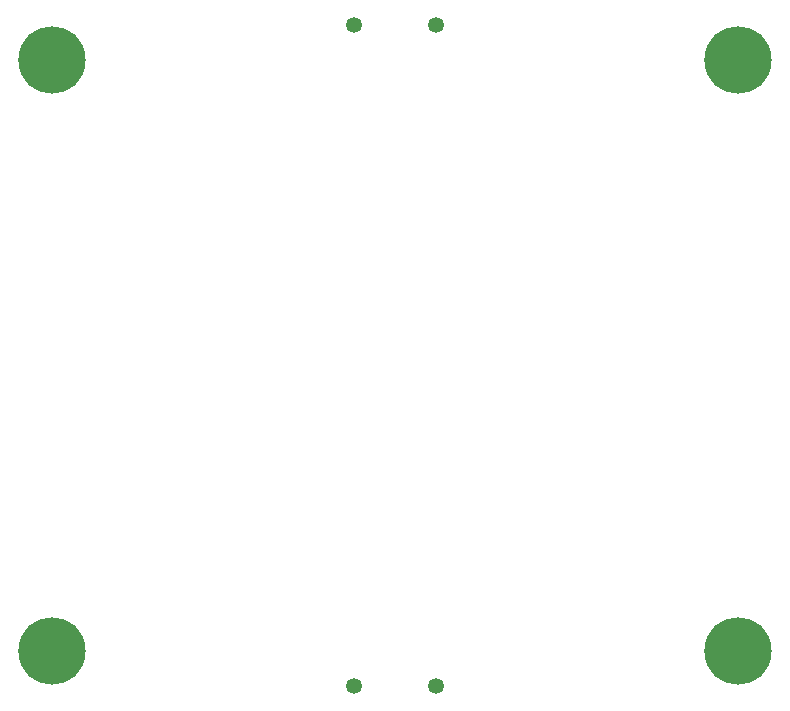
<source format=gbs>
G04*
G04 #@! TF.GenerationSoftware,Altium Limited,Altium Designer,21.4.1 (30)*
G04*
G04 Layer_Color=16711935*
%FSLAX25Y25*%
%MOIN*%
G70*
G04*
G04 #@! TF.SameCoordinates,CAD9CCDC-5C06-4C5A-A707-2981277BA2D7*
G04*
G04*
G04 #@! TF.FilePolarity,Negative*
G04*
G01*
G75*
%ADD33C,0.22428*%
%ADD34C,0.05321*%
D33*
X-114200Y-98400D02*
D03*
X114200D02*
D03*
Y98400D02*
D03*
X-114200D02*
D03*
D34*
X-13780Y-110236D02*
D03*
X13780D02*
D03*
Y110236D02*
D03*
X-13780D02*
D03*
M02*

</source>
